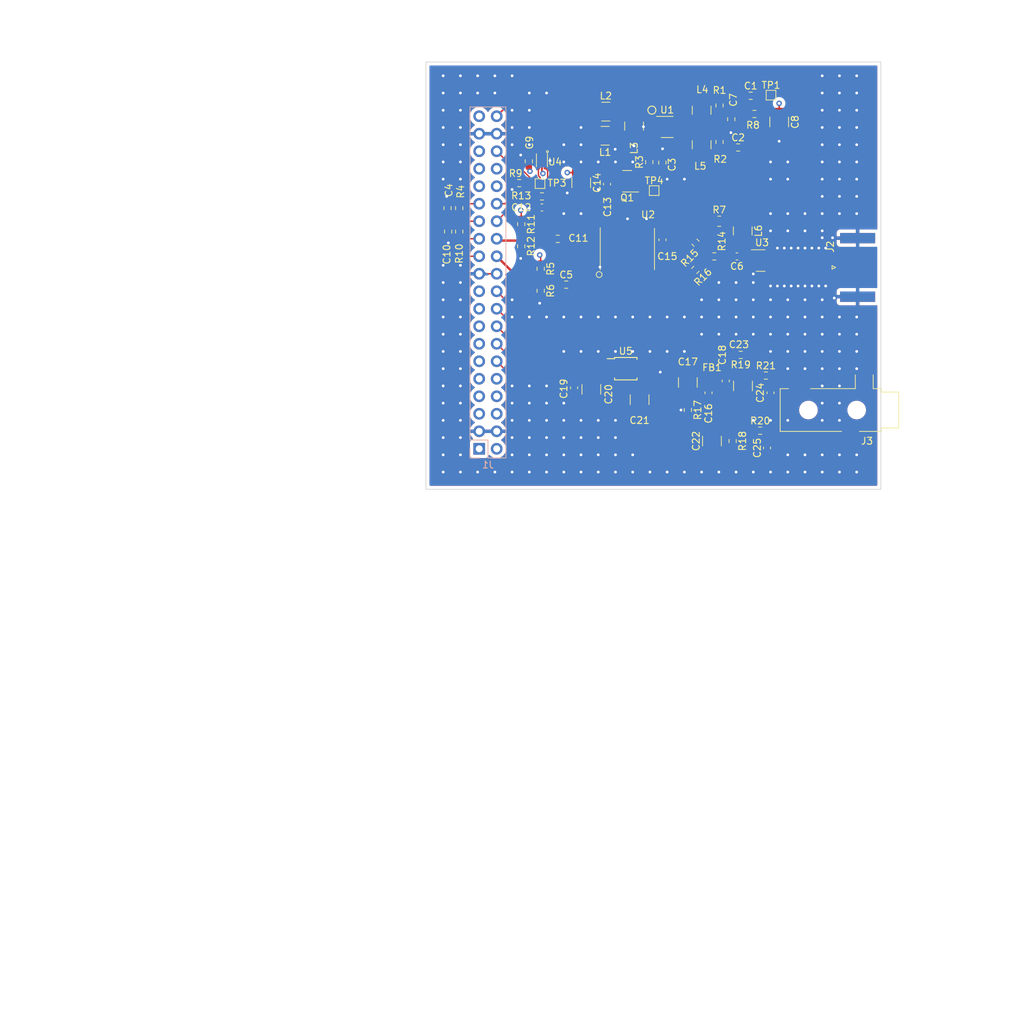
<source format=kicad_pcb>
(kicad_pcb (version 20211014) (generator pcbnew)
  (layers (0 "F.Cu" signal) (1 "In1.Cu" signal) (2 "In2.Cu" signal) (31 "B.Cu" signal) (34 "B.Paste" user) (35 "F.Paste" user) (36 "B.SilkS" user "B.Silkscreen") (37 "F.SilkS" user "F.Silkscreen") (38 "B.Mask" user) (39 "F.Mask" user) (44 "Edge.Cuts" user))
  (net 0 "")
  (net 1 "/LO_PLL_PRE")
  (net 2 "LO")
  (net 3 "/LO_PRE")
  (net 4 "LO_PLL")
  (net 5 "Net-(C3-Pad1)")
  (net 6 "GND")
  (net 7 "Net-(C7-Pad1)")
  (net 15 "+3.3VA")
  (net 17 "Net-(C17-Pad2)")
  (net 19 "Net-(C19-Pad1)")
  (net 21 "Net-(C21-Pad1)")
  (net 22 "+3V3")
  (net 23 "GN21")
  (net 24 "GP21")
  (net 25 "GN22")
  (net 26 "GP22")
  (net 27 "GN23")
  (net 28 "GP23")
  (net 29 "GN24")
  (net 30 "GP24")
  (net 31 "GN25")
  (net 32 "GP25")
  (net 33 "GN26")
  (net 34 "GP26")
  (net 35 "GN27")
  (net 36 "GP27")
  (net 38 "+5V")
  (net 39 "Net-(L1-Pad1)")
  (net 40 "Net-(L2-Pad2)")
  (net 41 "Net-(C12-Pad1)")
  (net 42 "VTUNE")
  (net 43 "IF")
  (net 44 "RF")
  (net 46 "Net-(L6-Pad1)")
  (net 47 "RF2")
  (net 48 "/RF_POST_AMP")
  (net 49 "/RF_NO_DC")
  (net 50 "/RF_POST_SPLIT")
  (net 51 "/RF_IN")
  (net 52 "/RF_SPLIT")
  (net 53 "Net-(C22-Pad1)")
  (net 54 "Net-(C22-Pad2)")
  (net 55 "Net-(C23-Pad1)")
  (net 56 "Net-(C23-Pad2)")
  (net 57 "Net-(C24-Pad2)")
  (net 58 "Net-(C25-Pad2)")
  (net 59 "/MCLK")
  (net 60 "/LRCLK")
  (net 61 "/SCLK")
  (net 62 "/SDIN")
  (footprint "Capacitor_SMD:C_0603_1608Metric" (layer "F.Cu") (at 116.28 65.725 90)
    (fp_text reference "C13")
    (fp_text value "1nF")
  )
  (footprint "Resistor_SMD:R_0603_1608Metric" (layer "F.Cu") (at 94.825 72.605 -90)
    (fp_text reference "R10")
    (fp_text value "10k")
  )
  (footprint "mixer:SOT-143-Weird" (layer "F.Cu") (at 138.5625 76.805)
    (fp_text reference "U3")
    (fp_text value "VAM-6+" hide)
  )
  (footprint "Resistor_SMD:R_0603_1608Metric" (layer "F.Cu") (at 129.09 78.16 -135)
    (fp_text reference "R16")
    (fp_text value "16.7R")
  )
  (footprint "Capacitor_SMD:C_1210_3225Metric" (layer "F.Cu") (at 121 97 -90)
    (fp_text reference "C21")
    (fp_text value "10uF")
  )
  (footprint "Resistor_SMD:R_0603_1608Metric" (layer "F.Cu") (at 131.8375 76.205 180)
    (fp_text reference "R14")
    (fp_text value "16.7R")
  )
  (footprint "Inductor_SMD:L_1210_3225Metric" (layer "F.Cu") (at 135.9625 72.505 -90)
    (fp_text reference "L6")
    (fp_text value "330nH" hide)
  )
  (footprint "Capacitor_SMD:C_0603_1608Metric" (layer "F.Cu") (at 111.5 95.275 -90)
    (fp_text reference "C19")
    (fp_text value "100nF")
  )
  (footprint "Resistor_SMD:R_0603_1608Metric" (layer "F.Cu") (at 94.825 69.205 -90)
    (fp_text reference "R4")
    (fp_text value "10k")
  )
  (footprint "Inductor_SMD:L_1210_3225Metric" (layer "F.Cu") (at 130 60 -90)
    (fp_text reference "L5")
    (fp_text value "330nH" hide)
  )
  (footprint "Capacitor_SMD:C_1210_3225Metric" (layer "F.Cu") (at 128 94.5 -90)
    (fp_text reference "C17")
    (fp_text value "10uF")
  )
  (footprint "Capacitor_SMD:C_1210_3225Metric" (layer "F.Cu") (at 131.5 103 90)
    (fp_text reference "C22")
    (fp_text value "3.3uF")
  )
  (footprint "Resistor_SMD:R_0603_1608Metric" (layer "F.Cu") (at 106.65 81.205 -90)
    (fp_text reference "R6")
    (fp_text value "10k")
  )
  (footprint "Resistor_SMD:R_0603_1608Metric" (layer "F.Cu") (at 137.125 52.9)
    (fp_text reference "C1")
    (fp_text value "4.7pF")
  )
  (footprint "Resistor_SMD:R_0603_1608Metric" (layer "F.Cu") (at 103.53 65.58 180)
    (fp_text reference "R9")
    (fp_text value "10k" hide)
  )
  (footprint "Resistor_SMD:R_0603_1608Metric" (layer "F.Cu") (at 110.35 80.305)
    (fp_text reference "C5")
    (fp_text value "1nF")
  )
  (footprint "Resistor_SMD:R_0603_1608Metric" (layer "F.Cu") (at 106.65 78.005 -90)
    (fp_text reference "R5")
    (fp_text value "10k")
  )
  (footprint "Inductor_SMD:L_1210_3225Metric" (layer "F.Cu") (at 120.2 57.3 -90)
    (fp_text reference "L3")
    (fp_text value "270nH" hide)
  )
  (footprint "Capacitor_SMD:C_0603_1608Metric" (layer "F.Cu") (at 140 96 90)
    (fp_text reference "C24")
    (fp_text value "2.7nF")
  )
  (footprint "Capacitor_SMD:C_0603_1608Metric" (layer "F.Cu") (at 124.325 73.805 -90)
    (fp_text reference "C15")
    (fp_text value "27pF")
  )
  (footprint "Capacitor_SMD:C_1210_3225Metric" (layer "F.Cu") (at 114 95.5 -90)
    (fp_text reference "C20")
    (fp_text value "10uF")
  )
  (footprint "Inductor_SMD:L_1210_3225Metric" (layer "F.Cu") (at 130 55 -90)
    (fp_text reference "L4")
    (fp_text value "330nH" hide)
  )
  (footprint "Package_TO_SOT_SMD:TSOT-23-6_HandSoldering" (layer "F.Cu") (at 125 57.4)
    (fp_text reference "U1")
    (fp_text value "MAX2606" hide)
  )
  (footprint "Capacitor_SMD:C_0603_1608Metric" (layer "F.Cu") (at 139.5 104 90)
    (fp_text reference "C25")
    (fp_text value "2.7nF")
  )
  (footprint "Resistor_SMD:R_0603_1608Metric" (layer "F.Cu") (at 135.3 60.4)
    (fp_text reference "C2")
    (fp_text value "4.7pF")
  )
  (footprint "Connector_Audio:Jack_3.5mm_CUI_SJ-3523-SMT_Horizontal" (layer "F.Cu") (at 150 98.5 -90)
    (fp_text reference "J3")
    (fp_text value "AudioJack3_Ground")
  )
  (footprint "TestPoint:TestPoint_Pad_1.0x1.0mm" (layer "F.Cu") (at 106.55 65.64)
    (fp_text reference "TP3")
    (fp_text value "TestPoint")
  )
  (footprint "Resistor_SMD:R_0603_1608Metric" (layer "F.Cu") (at 138.5 101.5)
    (fp_text reference "R20")
    (fp_text value "470R")
  )
  (footprint "Resistor_SMD:R_0603_1608Metric" (layer "F.Cu") (at 132.6 54.3 -90)
    (fp_text reference "R1")
    (fp_text value "DNP")
  )
  (footprint "Inductor_SMD:L_1210_3225Metric" (layer "F.Cu") (at 116 58.7)
    (fp_text reference "L1")
    (fp_text value "DNP" hide)
  )
  (footprint "Resistor_SMD:R_0805_2012Metric" (layer "F.Cu") (at 132.5625 71.105)
    (fp_text reference "R7")
    (fp_text value "100R" hide)
  )
  (footprint "Capacitor_SMD:C_1210_3225Metric" (layer "F.Cu") (at 136 95 90)
    (fp_text reference "C23")
    (fp_text value "3.3uF")
  )
  (footprint "Resistor_SMD:R_0603_1608Metric" (layer "F.Cu") (at 106.835 67.505)
    (fp_text reference "R13")
    (fp_text value "10k" hide)
  )
  (footprint "Resistor_SMD:R_0603_1608Metric" (layer "F.Cu") (at 93.225 72.605 -90)
    (fp_text reference "C10")
    (fp_text value "220pF")
  )
  (footprint "Capacitor_SMD:C_0603_1608Metric" (layer "F.Cu") (at 135.125 76.205 180)
    (fp_text reference "C6")
    (fp_text value "1nF")
  )
  (footprint "Resistor_SMD:R_0603_1608Metric" (layer "F.Cu") (at 139.325 93.5)
    (fp_text reference "R21")
    (fp_text value "470R")
  )
  (footprint "Resistor_SMD:R_0603_1608Metric" (layer "F.Cu") (at 109.125 73.66)
    (fp_text reference "C11")
    (fp_text value "1nF" hide)
  )
  (footprint "Resistor_SMD:R_0603_1608Metric" (layer "F.Cu") (at 103.825 71.53 -90)
    (fp_text reference "R11")
    (fp_text value "10k" hide)
  )
  (footprint "Resistor_SMD:R_0603_1608Metric" (layer "F.Cu") (at 93.125 69.205 90)
    (fp_text reference "C4")
    (fp_text value "220pF")
  )
  (footprint "Resistor_SMD:R_0603_1608Metric" (layer "F.Cu") (at 135.675 90.5 180)
    (fp_text reference "R19")
    (fp_text value "10k")
  )
  (footprint "Capacitor_SMD:C_1210_3225Metric" (layer "F.Cu") (at 112.53 65.52 -90)
    (fp_text reference "C14")
    (fp_text value "10uF")
  )
  (footprint "Package_TO_SOT_SMD:SOT-23" (layer "F.Cu") (at 119.2 65.3 180)
    (fp_text reference "Q1")
    (fp_text value "BC846" hide)
  )
  (footprint "Inductor_SMD:L_0402_1005Metric" (layer "F.Cu") (at 131.5 93.5)
    (fp_text reference "FB1")
    (fp_text value "FerriteBead")
  )
  (footprint "Resistor_SMD:R_0603_1608Metric" (layer "F.Cu") (at 134.3 56.3 -90)
    (fp_text reference "C7")
    (fp_text value "1nF")
  )
  (footprint "TestPoint:TestPoint_Pad_1.0x1.0mm" (layer "F.Cu") (at 123.11 66.66)
    (fp_text reference "TP4")
    (fp_text value "TestPoint")
  )
  (footprint "Resistor_SMD:R_0603_1608Metric" (layer "F.Cu") (at 124.3 62.6 90)
    (fp_text reference "C3")
    (fp_text value "1nF")
  )
  (footprint "Package_SO:TSSOP-10_3x3mm_P0.5mm" (layer "F.Cu") (at 119 92.5)
    (fp_text reference "U5")
    (fp_text value "CS4344")
  )
  (footprint "mixer:ADEX-10L+" (layer "F.Cu") (at 119.225 75.145)
    (fp_text reference "U2")
    (fp_text value "ADEX-10L+" hide)
  )
  (footprint "Capacitor_SMD:C_0603_1608Metric" (layer "F.Cu") (at 133.5 94.275 -90)
    (fp_text reference "C18")
    (fp_text value "100nF")
  )
  (footprint "Capacitor_SMD:C_0603_1608Metric" (layer "F.Cu") (at 106.825 69.105 180)
    (fp_text reference "C12")
    (fp_text value "100nF" hide)
  )
  (footprint "Resistor_SMD:R_0603_1608Metric" (layer "F.Cu") (at 132.6 59.6 -90)
    (fp_text reference "R2")
    (fp_text value "DNP")
  )
  (footprint "Resistor_SMD:R_0603_1608Metric" (layer "F.Cu") (at 128 98.5 -90)
    (fp_text reference "R17")
    (fp_text value "1R")
  )
  (footprint "mixer:TDFN2013-6LD-PL-1" (layer "F.Cu") (at 106.825 62.305)
    (fp_text reference "U4")
    (fp_text value "PL133-27" hide)
  )
  (footprint "Connector_Coaxial:SMA_Amphenol_132289_EdgeMount" (layer "F.Cu") (at 152.6375 77.805)
    (fp_text reference "J2")
    (fp_text value "Conn_Coaxial")
  )
  (footprint "Resistor_SMD:R_0603_1608Metric" (layer "F.Cu") (at 134.5 103 -90)
    (fp_text reference "R18")
    (fp_text value "10k")
  )
  (footprint "Resistor_SMD:R_0603_1608Metric" (layer "F.Cu") (at 122.4 62.525 90)
    (fp_text reference "R3")
    (fp_text value "270R")
  )
  (footprint "Resistor_SMD:R_0603_1608Metric" (layer "F.Cu") (at 129.11 74.22 135)
    (fp_text reference "R15")
    (fp_text value "16.7R")
  )
  (footprint "Inductor_SMD:L_1210_3225Metric" (layer "F.Cu") (at 116.1 55.2)
    (fp_text reference "L2")
    (fp_text value "DNP" hide)
  )
  (footprint "Resistor_SMD:R_0603_1608Metric" (layer "F.Cu") (at 137.665 55.54)
    (fp_text reference "R8")
    (fp_text value "10R")
  )
  (footprint "TestPoint:TestPoint_Pad_1.0x1.0mm" (layer "F.Cu") (at 140.07 52.81)
    (fp_text reference "TP1")
    (fp_text value "TestPoint")
  )
  (footprint "Resistor_SMD:R_0603_1608Metric" (layer "F.Cu") (at 104.925 62.405 90)
    (fp_text reference "C9")
    (fp_text value "100nF" hide)
  )
  (footprint "Resistor_SMD:R_0603_1608Metric" (layer "F.Cu") (at 103.825 74.73 -90)
    (fp_text reference "R12")
    (fp_text value "10k" hide)
  )
  (footprint "Capacitor_SMD:C_1210_3225Metric" (layer "F.Cu") (at 141.26 56.7 -90)
    (fp_text reference "C8")
    (fp_text value "10uF")
  )
  (footprint "Capacitor_SMD:C_0603_1608Metric" (layer "F.Cu") (at 131 96 -90)
    (fp_text reference "C16")
    (fp_text value "100nF")
  )
  (footprint "Connector_PinHeader_2.54mm:PinHeader_2x20_P2.54mm_Vertical" (layer "B.Cu") (at 97.725 104.125)
    (fp_text reference "J1")
    (fp_text value "Conn_02x20_Odd_Even" hide)
  )
  (gr_arc (start 123.09 55.47) (mid 122.466216 54.492414) (end 123.097548 55.465142) (layer "F.SilkS") (width 0.15))
  (gr_line (start 156 48) (end 156 110) (layer "Edge.Cuts") (width 0.1))
  (gr_line (start 90 110) (end 90 48) (layer "Edge.Cuts") (width 0.1))
  (gr_line (start 156 110) (end 90 110) (layer "Edge.Cuts") (width 0.1))
  (gr_line (start 90 48) (end 156 48) (layer "Edge.Cuts") (width 0.1))
  (segment (start 135.725 53.475) (end 136.3 52.9) (width 0.35) (layer "F.Cu") (net 1))
  (segment (start 129.56 53.6) (end 130 53.6) (width 0.35) (layer "F.Cu") (net 1))
  (segment (start 126.71 56.45) (end 129.56 53.6) (width 0.35) (layer "F.Cu") (net 1))
  (segment (start 132.6 53.475) (end 135.725 53.475) (width 0.35) (layer "F.Cu") (net 1))
  (segment (start 130 53.6) (end 132.475 53.6) (width 0.35) (layer "F.Cu") (net 1))
  (segment (start 132.475 53.6) (end 132.6 53.475) (width 0.35) (layer "F.Cu") (net 1))
  (segment (start 116.685 71.375) (end 118.83 69.23) (width 0.35) (layer "F.Cu") (net 2))
  (segment (start 136.125 62.365) (end 136.125 60.4) (width 0.35) (layer "F.Cu") (net 2))
  (segment (start 116.685 72.605) (end 116.685 71.375) (width 0.35) (layer "F.Cu") (net 2))
  (segment (start 118.83 69.23) (end 129.26 69.23) (width 0.35) (layer "F.Cu") (net 2))
  (segment (start 129.26 69.23) (end 136.125 62.365) (width 0.35) (layer "F.Cu") (net 2))
  (segment (start 131.625 61.4) (end 132.6 60.425) (width 0.35) (layer "F.Cu") (net 3))
  (segment (start 134.475 60.4) (end 132.625 60.4) (width 0.35) (layer "F.Cu") (net 3))
  (segment (start 129.76 61.4) (end 130 61.4) (width 0.35) (layer "F.Cu") (net 3))
  (segment (start 130 61.4) (end 131.625 61.4) (width 0.35) (layer "F.Cu") (net 3))
  (segment (start 132.625 60.4) (end 132.6 60.425) (width 0.35) (layer "F.Cu") (net 3))
  (segment (start 126.71 58.35) (end 129.76 61.4) (width 0.35) (layer "F.Cu") (net 3))
  (segment (start 107.33452 56.51548) (end 107.33452 61.305) (width 0.35) (layer "F.Cu") (net 4))
  (segment (start 140.07 52.81) (end 138.04 52.81) (width 0.35) (layer "F.Cu") (net 4))
  (segment (start 138.04 52.81) (end 137.95 52.9) (width 0.35) (layer "F.Cu") (net 4))
  (segment (start 107.62452 56.22548) (end 107.33452 56.51548) (width 0.35) (layer "F.Cu") (net 4))
  (segment (start 112.74 51.12) (end 107.63452 56.22548) (width 0.35) (layer "F.Cu") (net 4))
  (segment (start 137.95 52.13) (end 136.94 51.12) (width 0.35) (layer "F.Cu") (net 4))
  (segment (start 137.95 52.9) (end 137.95 52.13) (width 0.35) (layer "F.Cu") (net 4))
  (segment (start 136.94 51.12) (end 112.74 51.12) (width 0.35) (layer "F.Cu") (net 4))
  (segment (start 107.63452 56.22548) (end 107.62452 56.22548) (width 0.35) (layer "F.Cu") (net 4))
  (segment (start 123.29 58.35) (end 123.29 60.81) (width 0.25) (layer "F.Cu") (net 5))
  (segment (start 122.575 61.7) (end 122.4 61.7) (width 0.25) (layer "F.Cu") (net 5))
  (segment (start 123.29 60.81) (end 122.4 61.7) (width 0.25) (layer "F.Cu") (net 5))
  (segment (start 124.3 63.425) (end 122.575 61.7) (width 0.25) (layer "F.Cu") (net 5))
  (segment (start 104.925 61.58) (end 103.83 61.58) (width 0.25) (layer "F.Cu") (net 6))
  (segment (start 121.15 92.5) (end 123.5 92.5) (width 0.2) (layer "F.Cu") (net 6))
  (segment (start 119.225 72.605) (end 119.225 70.775) (width 0.2) (layer "F.Cu") (net 6))
  (segment (start 117.4 60.6) (end 117.46 60.66) (width 0.25) (layer "F.Cu") (net 6))
  (segment (start 123.5 92.5) (end 124 93) (width 0.2) (layer "F.Cu") (net 6))
  (segment (start 134.3 58.2) (end 134.25 58.25) (width 0.2) (layer "F.Cu") (net 6))
  (segment (start 117.4 58.7) (end 117.4 60.6) (width 0.25) (layer "F.Cu") (net 6))
  (segment (start 106.425 61.905) (end 106.425 61.305) (width 0.2) (layer "F.Cu") (net 6))
  (segment (start 149.445 82.055) (end 149.25 82.25) (width 0.2) (layer "F.Cu") (net 6))
  (segment (start 106.65 82.03) (end 106.65 82.85) (width 0.2) (layer "F.Cu") (net 6))
  (segment (start 112.53 66.995) (end 110.505 66.995) (width 0.2) (layer "F.Cu") (net 6))
  (segment (start 110.505 66.995) (end 110.5 67) (width 0.2) (layer "F.Cu") (net 6))
  (segment (start 121.765 70.985) (end 122 70.75) (width 0.2) (layer "F.Cu") (net 6))
  (segment (start 149 73.5) (end 149.055 73.555) (width 0.2) (layer "F.Cu") (net 6))
  (segment (start 106.65 82.85) (end 106.5 83) (width 0.2) (layer "F.Cu") (net 6))
  (segment (start 123.29 57.4) (end 121.57 57.4) (width 0.2) (layer "F.Cu") (net 6))
  (segment (start 120.2 58.7) (end 120.2 60.16) (width 0.25) (layer "F.Cu") (net 6))
  (segment (start 141.26 59.49) (end 141.25 59.5) (width 0.2) (layer "F.Cu") (net 6))
  (segment (start 116.685 77.685) (end 115.315 77.685) (width 0.2) (layer "F.Cu") (net 6))
  (segment (start 134.3 57.125) (end 134.3 58.2) (width 0.2) (layer "F.Cu") (net 6))
  (segment (start 115.315 77.685) (end 115.25 77.75) (width 0.2) (layer "F.Cu") (net 6))
  (segment (start 103.83 61.58) (end 103.75 61.5) (width 0.25) (layer "F.Cu") (net 6))
  (segment (start 121.57 57.4) (end 121.56 57.39) (width 0.2) (layer "F.Cu") (net 6))
  (segment (start 124.3 61.775) (end 124.3 60.62) (width 0.2) (layer "F.Cu") (net 6))
  (segment (start 105.145 69.105) (end 105 69.25) (width 0.2) (layer "F.Cu") (net 6))
  (segment (start 137.5625 77.755) (end 137.5625 78.6875) (width 0.2) (layer "F.Cu") (net 6))
  (segment (start 140.645 75.855) (end 141 75.5) (width 0.2) (layer "F.Cu") (net 6))
  (segment (start 141 75.5) (end 141 75) (width 0.2) (layer "F.Cu") (net 6))
  (segment (start 116.28 66.5) (end 115 66.5) (width 0.2) (layer "F.Cu") (net 6))
  (segment (start 93.125 68.38) (end 93.125 67.625) (width 0.2) (layer "F.Cu") (net 6))
  (segment (start 106.825 62.305) (end 106.425 61.905) (width 0.2) (layer "F.Cu") (net 6))
  (segment (start 137.5625 78.6875) (end 137.5 78.75) (width 0.2) (layer "F.Cu") (net 6))
  (segment (start 152.6375 82.055) (end 149.445 82.055) (width 0.2) (layer "F.Cu") (net 6))
  (segment (start 120.2 60.16) (end 120.19 60.17) (width 0.25) (layer "F.Cu") (net 6))
  (segment (start 102.705 65.58) (end 102.705 66.295) (width 0.2) (layer "F.Cu") (net 6))
  (segment (start 106.05 69.105) (end 105.145 69.105) (width 0.2) (layer "F.Cu") (net 6))
  (segment (start 117.4 58.7) (end 120.2 58.7) (width 0.25) (layer "F.Cu") (net 6))
  (segment (start 93.225 73.43) (end 93.225 74.225) (width 0.2) (layer "F.Cu") (net 6))
  (segment (start 124.3 60.62) (end 124.33 60.59) (width 0.2) (layer "F.Cu") (net 6))
  (segment (start 103.825 76.425) (end 103.75 76.5) (width 0.2) (layer "F.Cu") (net 6))
  (segment (start 103.825 75.555) (end 103.825 76.425) (width 0.2) (layer "F.Cu") (net 6))
  (segment (start 128 99.325) (end 127.825 99.325) (width 0.2) (layer "F.Cu") (net 6))
  (segment (start 100.265 78.725) (end 97.725 78.725) (width 0.2) (layer "F.Cu") (net 6))
  (segment (start 93.125 67.625) (end 93 67.5) (width 0.2) (layer "F.Cu") (net 6))
  (segment (start 119.225 70.775) (end 119.25 70.75) (width 0.2) (layer "F.Cu") (net 6))
  (segment (start 121.765 72.605) (end 121.765 70.985) (width 0.2) (layer "F.Cu") (net 6))
  (segment (start 141.26 58.175) (end 141.26 59.49) (width 0.2) (layer "F.Cu") (net 6))
  (segment (start 106.825 62.305) (end 108 62.305) (width 0.25) (layer "F.Cu") (net 6))
  (segment (start 102.705 66.295) (end 102.5 66.5) (width 0.2) (layer "F.Cu") (net 6))
  (segment (start 127.825 99.325) (end 127 98.5) (width 0.2) (layer "F.Cu") (net 6))
  (segment (start 149.055 73.555) (end 152.6375 73.555) (width 0.2) (layer "F.Cu") (net 6))
  (segment (start 139.5625 75.855) (end 140.645 75.855) (width 0.2) (layer "F.Cu") (net 6))
  (segment (start 93.225 74.225) (end 93.25 74.25) (width 0.2) (layer "F.Cu") (net 6))
  (via (at 140 72.5) (size 0.8) (drill 0.4) (layers "F.Cu" "B.Cu") (net 6))
  (via (at 150 55) (size 0.8) (drill 0.4) (layers "F.Cu" "B.Cu") (net 6))
  (via (at 147.5 72.5) (size 0.8) (drill 0.4) (layers "F.Cu" "B.Cu") (net 6))
  (via (at 142.5 72.5) (size 0.8) (drill 0.4) (layers "F.Cu" "B.Cu") (net 6))
  (via (at 92.5 85) (size 0.8) (drill 0.4) (layers "F.Cu" "B.Cu") (net 6))
  (via (at 142.5 92.5) (size 0.8) (drill 0.4) (layers "F.Cu" "B.Cu") (net 6))
  (via (at 152.5 50) (size 0.8) (drill 0.4) (layers "F.Cu" "B.Cu") (net 6))
  (via (at 147.5 90) (size 0.8) (drill 0.4) (layers "F.Cu" "B.Cu") (net 6))
  (via (at 140 90) (size 0.8) (drill 0.4) (layers "F.Cu" "B.Cu") (net 6))
  (via (at 148 75) (size 0.8) (drill 0.4) (layers "F.Cu" "B.Cu") (net 6))
  (via (at 142 75) (size 0.8) (drill 0.4) (layers "F.Cu" "B.Cu") (net 6))
  (via (at 95 87.5) (size 0.8) (drill 0.4) (layers "F.Cu" "B.Cu") (net 6))
  (via (at 93 67.5) (size 0.8) (drill 0.4) (layers "F.Cu" "B.Cu") (net 6))
  (via (at 110 62.5) (size 0.8) (drill 0.4) (layers "F.Cu" "B.Cu") (net 6))
  (via (at 137.5 80) (size 0.8) (drill 0.4) (layers "F.Cu" "B.Cu") (net 6))
  (via (at 142.5 90) (size 0.8) (drill 0.4) (layers "F.Cu" "B.Cu") (net 6))
  (via (at 92.5 97.5) (size 0.8) (drill 0.4) (layers "F.Cu" "B.Cu") (net 6))
  (via (at 102.5 85) (size 0.8) (drill 0.4) (layers "F.Cu" "B.Cu") (net 6))
  (via (at 147.5 85) (size 0.8) (drill 0.4) (layers "F.Cu" "B.Cu") (net 6))
  (via (at 105 105) (size 0.8) (drill 0.4) (layers "F.Cu" "B.Cu") (net 6))
  (via (at 150 95) (size 0.8) (drill 0.4) (layers "F.Cu" "B.Cu") (net 6))
  (via (at 135 87.5) (size 0.8) (drill 0.4) (layers "F.Cu" "B.Cu") (net 6))
  (via (at 145 92.5) (size 0.8) (drill 0.4) (layers "F.Cu" "B.Cu") (net 6))
  (via (at 140 87.5) (size 0.8) (drill 0.4) (layers "F.Cu" "B.Cu") (net 6))
  (via (at 120 107.5) (size 0.8) (drill 0.4) (layers "F.Cu" "B.Cu") (net 6))
  (via (at 110 107.5) (size 0.8) (drill 0.4) (layers "F.Cu" "B.Cu") (net 6))
  (via (at 147.5 105) (size 0.8) (drill 0.4) (layers "F.Cu" "B.Cu") (net 6))
  (via (at 97.5 107.5) (size 0.8) (drill 0.4) (layers "F.Cu" "B.Cu") (net 6))
  (via (at 147.5 60) (size 0.8) (drill 0.4) (layers "F.Cu" "B.Cu") (net 6))
  (via (at 124 93) (size 0.8) (drill 0.4) (layers "F.Cu" "B.Cu") (net 6))
  (via (at 95 92.5) (size 0.8) (drill 0.4) (layers "F.Cu" "B.Cu") (net 6))
  (via (at 95 100) (size 0.8) (drill 0.4) (layers "F.Cu" "B.Cu") (net 6))
  (via (at 110 100) (size 0.8) (drill 0.4) (layers "F.Cu" "B.Cu") (net 6))
  (via (at 150 87.5) (size 0.8) (drill 0.4) (layers "F.Cu" "B.Cu") (net 6))
  (via (at 105 69.25) (size 0.8) (drill 0.4) (layers "F.Cu" "B.Cu") (net 6))
  (via (at 95 102.5) (size 0.8) (drill 0.4) (layers "F.Cu" "B.Cu") (net 6))
  (via (at 152.5 107.5) (size 0.8) (drill 0.4) (layers "F.Cu" "B.Cu") (net 6))
  (via (at 145 72.5) (size 0.8) (drill 0.4) (layers "F.Cu" "B.Cu") (net 6))
  (via (at 92.5 107.5) (size 0.8) (drill 0.4) (layers "F.Cu" "B.Cu") (net 6))
  (via (at 147.5 62.5) (size 0.8) (drill 0.4) (layers "F.Cu" "B.Cu") (net 6))
  (via (at 105 55) (size 0.8) (drill 0.4) (layers "F.Cu" "B.Cu") (net 6))
  (via (at 95 85) (size 0.8) (drill 0.4) (layers "F.Cu" "B.Cu") (net 6))
  (via (at 147.5 73.5) (size 0.8) (drill 0.4) (layers "F.Cu" "B.Cu") (net 6))
  (via (at 150 70) (size 0.8) (drill 0.4) (layers "F.Cu" "B.Cu") (net 6))
  (via (at 95 80) (size 0.8) (drill 0.4) (layers "F.Cu" "B.Cu") (net 6))
  (via (at 149.25 82.25) (size 0.8) (drill 0.4) (layers "F.Cu" "B.Cu") (net 6))
  (via (at 149 73.5) (size 0.8) (drill 0.4) (layers "F.Cu" "B.Cu") (net 6))
  (via (at 106.5 83) (size 0.8) (drill 0.4) (layers "F.Cu" "B.Cu") (net 6))
  (via (at 92.5 100) (size 0.8) (drill 0.4) (layers "F.Cu" "B.Cu") (net 6))
  (via (at 102.5 57.5) (size 0.8) (drill 0.4) (layers "F.Cu" "B.Cu") (net 6))
  (via (at 142.5 105) (size 0.8) (drill 0.4) (layers "F.Cu" "B.Cu") (net 6))
  (via (at 115 62.5) (size 0.8) (drill 0.4) (layers "F.Cu" "B.Cu") (net 6))
  (via (at 102.5 55) (size 0.8) (drill 0.4) (layers "F.Cu" "B.Cu") (net 6))
  (via (at 142.5 70) (size 0.8) (drill 0.4) (layers "F.Cu" "B.Cu") (net 6))
  (via (at 130 87.5) (size 0.8) (drill 0.4) (layers "F.Cu" "B.Cu") (net 6))
  (via (at 117.5 90) (size 0.8) (drill 0.4) (layers "F.Cu" "B.Cu") (net 6))
  (via (at 105 97.5) (size 0.8) (drill 0.4) (layers "F.Cu" "B.Cu") (net 6))
  (via (at 152.5 90) (size 0.8) (drill 0.4) (layers "F.Cu" "B.Cu") (net 6))
  (via (at 105 60) (size 0.8) (drill 0.4) (layers "F.Cu" "B.Cu") (net 6))
  (via (at 150 65) (size 0.8) (drill 0.4) (layers "F.Cu" "B.Cu") (net 6))
  (via (at 102.5 50) (size 0.8) (drill 0.4) (layers "F.Cu" "B.Cu") (net 6))
  (via (at 110 105) (size 0.8) (drill 0.4) (layers "F.Cu" "B.Cu") (net 6))
  (via (at 152.5 52.5) (size 0.8) (drill 0.4) (layers "F.Cu" "B.Cu") (net 6))
  (via (at 152.5 62.5) (size 0.8) (drill 0.4) (layers "F.Cu" "B.Cu") (net 6))
  (via (at 95 62.5) (size 0.8) (drill 0.4) (layers "F.Cu" "B.Cu") (net 6))
  (via (at 125 107.5) (size 0.8) (drill 0.4) (layers "F.Cu" "B.Cu") (net 6))
  (via (at 102.5 102.5) (size 0.8) (drill 0.4) (layers "F.Cu" "B.Cu") (net 6))
  (via (at 141 80.5) (size 0.8) (drill 0.4) (layers "F.Cu" "B.Cu") (net 6))
  (via (at 92.5 57.5) (size 0.8) (drill 0.4) (layers "F.Cu" "B.Cu") (net 6))
  (via (at 95 57.5) (size 0.8) (drill 0.4) (layers "F.Cu" "B.Cu") (net 6))
  (via (at 142.5 65) (size 0.8) (drill 0.4) (layers "F.Cu" "B.Cu") (net 6))
  (via (at 121.56 57.39) (size 0.8) (drill 0.4) (layers "F.Cu" "B.Cu") (net 6))
  (via (at 102.5 95) (size 0.8) (drill 0.4) (layers "F.Cu" "B.Cu") (net 6))
  (via (at 125 85) (size 0.8) (drill 0.4) (layers "F.Cu" "B.Cu") (net 6))
  (via (at 107.5 52.5) (size 0.8) (drill 0.4) (layers "F.Cu" "B.Cu") (net 6))
  (via (at 147.5 57.5) (size 0.8) (drill 0.4) (layers "F.Cu" "B.Cu") (net 6))
  (via (at 92.5 55) (size 0.8) (drill 0.4) (layers "F.Cu" "B.Cu") (net 6))
  (via (at 102.5 97.5) (size 0.8) (drill 0.4) (layers "F.Cu" "B.Cu") (net 6))
  (via (at 137.5 82.5) (size 0.8) (drill 0.4) (layers "F.Cu" "B.Cu") (net 6))
  (via (at 127.5 85) (size 0.8) (drill 0.4) (layers "F.Cu" "B.Cu") (net 6))
  (via (at 130 82.5) (size 0.8) (drill 0.4) (layers "F.Cu" "B.Cu") (net 6))
  (via (at 127.5 65) (size 0.8) (drill 0.4) (layers "F.Cu" "B.Cu") (net 6))
  (via (at 117.5 100) (size 0.8) (drill 0.4) (layers "F.Cu" "B.Cu") (net 6))
  (via (at 107.5 102.5) (size 0.8) (drill 0.4) (layers "F.Cu" "B.Cu") (net 6))
  (via (at 147.5 97.5) (size 0.8) (drill 0.4) (layers "F.Cu" "B.Cu") (net 6))
  (via (at 145 80.5) (size 0.8) (drill 0.4) (layers "F.Cu" "B.Cu") (net 6))
  (via (at 117.5 62.5) (size 0.8) (drill 0.4) (layers "F.Cu" "B.Cu") (net 6))
  (via (at 134.25 58.25) (size 0.8) (drill 0.4) (layers "F.Cu" "B.Cu") (net 6))
  (via (at 95 55) (size 0.8) (drill 0.4) (layers "F.Cu" "B.Cu") (net 6))
  (via (at 92.5 65) (size 0.8) (drill 0.4) (layers "F.Cu" "B.Cu") (net 6))
  (via (at 110.5 67) (size 0.8) (drill 0.4) (layers "F.Cu" "B.Cu") (net 6))
  (via (at 92.5 60) (size 0.8) (drill 0.4) (layers "F.Cu" "B.Cu") (net 6))
  (via (at 150 100) (size 0.8) (drill 0.4) (layers "F.Cu" "B.Cu") (net 6))
  (via (at 107.5 100) (size 0.8) (drill 0.4) (layers "F.Cu" "B.Cu") (net 6))
  (via (at 135 85) (size 0.8) (drill 0.4) (layers "F.Cu" "B.Cu") (net 6))
  (via (at 142.5 100) (size 0.8) (drill 0.4) (layers "F.Cu" "B.Cu") (net 6))
  (via (at 95 82.5) (size 0.8) (drill 0.4) (layers "F.Cu" "B.Cu") (net 6))
  (via (at 92.5 52.5) (size 0.8) (drill 0.4) (layers "F.Cu" "B.Cu") (net 6))
  (via (at 135 107.5) (size 0.8) (drill 0.4) (layers "F.Cu" "B.Cu") (net 6))
  (via (at 141.25 59.5) (size 0.8) (drill 0.4) (layers "F.Cu" "B.Cu") (net 6))
  (via (at 142.5 85) (size 0.8) (drill 0.4) (layers "F.Cu" "B.Cu") (net 6))
  (via (at 115 100) (size 0.8) (drill 0.4) (layers "F.Cu" "B.Cu") (net 6))
  (via (at 127 98.5) (size 0.8) (drill 0.4) (layers "F.Cu" "B.Cu") (net 6))
  (via (at 102.5 82.5) (size 0.8) (drill 0.4) (layers "F.Cu" "B.Cu") (net 6))
  (via (at 150 85) (size 0.8) (drill 0.4) (layers "F.Cu" "B.Cu") (net 6))
  (via (at 95 77.5) (size 0.8) (drill 0.4) (layers "F.Cu" "B.Cu") (net 6))
  (via (at 140 100) (size 0.8) (drill 0.4) (layers "F.Cu" "B.Cu") (net 6))
  (via (at 152.5 92.5) (size 0.8) (drill 0.4) (layers "F.Cu" "B.Cu") (net 6))
  (via (at 107.5 95) (size 0.8) (drill 0.4) (layers "F.Cu" "B.Cu") (net 6))
  (via (at 112.5 107.5) (size 0.8) (drill 0.4) (layers "F.Cu" "B.Cu") (net 6))
  (via (at 152.5 87.5) (size 0.8) (drill 0.4) (layers "F.Cu" "B.Cu") (net 6))
  (via (at 105 95) (size 0.8) (drill 0.4) (layers "F.Cu" "B.Cu") (net 6))
  (via (at 144 75) (size 0.8) (drill 0.4) (layers "F.Cu" "B.Cu") (net 6))
  (via (at 95 60) (size 0.8) (drill 0.4) (layers "F.Cu" "B.Cu") (net 6))
  (via (at 137.5 78.75) (size 0.8) (drill 0.4) (layers "F.Cu" "B.Cu") (net 6))
  (via (at 120 90) (size 0.8) (drill 0.4) (layers "F.Cu" "B.Cu") (net 6))
  (via (at 150 105) (size 0.8) (drill 0.4) (layers "F.Cu" "B.Cu") (net 6))
  (via (at 152.5 60) (size 0.8) (drill 0.4) (layers "F.Cu" "B.Cu") (net 6))
  (via (at 115 105) (size 0.8) (drill 0.4) (layers "F.Cu" "B.Cu") (net 6))
  (via (at 124.33 60.59) (size 0.8) (drill 0.4) (layers "F.Cu" "B.Cu") (net 6))
  (via (at 103.75 76.5) (size 0.8) (drill 0.4) (layers "F.Cu" "B.Cu") (net 6))
  (via (at 137.5 87.5) (size 0.8) (drill 0.4) (layers "F.Cu" "B.Cu") (net 6))
  (via (at 152.5 105) (size 0.8) (drill 0.4) (layers "F.Cu" "B.Cu") (net 6))
  (via (at 130 107.5) (size 0.8) (drill 0.4) (layers "F.Cu" "B.Cu") (net 6))
  (via (at 115 90) (size 0.8) (drill 0.4) (layers "F.Cu" "B.Cu") (net 6))
  (via (at 143 80.5) (size 0.8) (drill 0.4) (layers "F.Cu" "B.Cu") (net 6))
  (via (at 146 80.5) (size 0.8) (drill 0.4) (layers "F.Cu" "B.Cu") (net 6))
  (via (at 110 102.5) (size 0.8) (drill 0.4) (layers "F.Cu" "B.Cu") (net 6))
  (via (at 95 97.5) (size 0.8) (drill 0.4) (layers "F.Cu" "B.Cu") (net 6))
  (via (at 152.5 65) (size 0.8) (drill 0.4) (layers "F.Cu" "B.Cu") (net 6))
  (via (at 102.5 105) (size 0.8) (drill 0.4) (layers "F.Cu" "B.Cu") (net 6))
  (via (at 152.5 70) (size 0.8) (drill 0.4) (layers "F.Cu" "B.Cu") (net 6))
  (via (at 117.5 85) (size 0.8) (drill 0.4) (layers "F.Cu" "B.Cu") (net 6))
  (via (at 105 57.5) (size 0.8) (drill 0.4) (layers "F.Cu" "B.Cu") (net 6))
  (via (at 132.5 87.5) (size 0.8) (drill 0.4) (layers "F.Cu" "B.Cu") (net 6))
  (via (at 92.5 95) (size 0.8) (drill 0.4) (layers "F.Cu" "B.Cu") (net 6))
  (via (at 112.5 100) (size 0.8) (drill 0.4) (layers "F.Cu" "B.Cu") (net 6))
  (via (at 120.19 60.17) (size 0.8) (drill 0.4) (layers "F.Cu" "B.Cu") (net 6))
  (via (at 147.5 107.5) (size 0.8) (drill 0.4) (layers "F.Cu" "B.Cu") (net 6))
  (via (at 115 107.5) (size 0.8) (drill 0.4) (layers "F.Cu" "B.Cu") (net 6))
  (via (at 117.46 60.66) (size 0.8) (drill 0.4) (layers "F.Cu" "B.Cu") (net 6))
  (via (at 105 102.5) (size 0.8) (drill 0.4) (layers "F.Cu" "B.Cu") (net 6))
  (via (at 125 90) (size 0.8) (drill 0.4) (layers "F.Cu" "B.Cu") (net 6))
  (via (at 110 60) (size 0.8) (drill 0.4) (layers "F.Cu" "B.Cu") (net 6))
  (via (at 100 107.5) (size 0.8) (drill 0.4) (layers "F.Cu" "B.Cu") (net 6))
  (via (at 147.5 70) (size 0.8) (drill 0.4) (layers "F.Cu" "B.Cu") (net 6))
  (via (at 135 82.5) (size 0.8) (drill 0.4) (layers "F.Cu" "B.Cu") (net 6))
  (via (at 147 80.5) (size 0.8) (drill 0.4) (layers "F.Cu" "B.Cu") (net 6))
  (via (at 105 52.5) (size 0.8) (drill 0.4) (layers "F.Cu" "B.Cu") (net 6))
  (via (at 145 105) (size 0.8) (drill 0.4) (layers "F.Cu" "B.Cu") (net 6))
  (via (at 120 85) (size 0.8) (drill 0.4) (layers "F.Cu" "B.Cu") (net 6))
  (via (at 117.5 102.5) (size 0.8) (drill 0.4) (layers "F.Cu" "B.Cu") (net 6))
  (via (at 95 95) (size 0.8) (drill 0.4) (layers "F.Cu" "B.Cu") (net 6))
  (via (at 92.5 82.5) (size 0.8) (drill 0.4) (layers "F.Cu" "B.Cu") (net 6))
  (via (at 140 85) (size 0.8) (drill 0.4) (layers "F.Cu" "B.Cu") (net 6))
  (via (at 105 100) (size 0.8) (drill 0.4) (layers "F.Cu" "B.Cu") (net 6))
  (via (at 142.5 87.5) (size 0.8) (drill 0.4) (layers "F.Cu" "B.Cu") (net 6))
  (via (at 132.5 80) (size 0.8) (drill 0.4) (layers "F.Cu" "B.Cu") (net 6))
  (via (at 100 50) (size 0.8) (drill 0.4) (layers "F.Cu" "B.Cu") (net 6))
  (via (at 122.5 90) (size 0.8) (drill 0.4) (layers "F.Cu" "B.Cu") (net 6))
  (via (at 147.5 55) (size 0.8) (drill 0.4) (layers "F.Cu" "B.Cu") (net 6))
  (via (at 110 97.5) (size 0.8) (drill 0.4) (layers "F.Cu" "B.Cu") (net 6))
  (via (at 140 62.5) (size 0.8) (drill 0.4) (layers "F.Cu" "B.Cu") (net 6))
  (via (at 147 75) (size 0.8) (drill 0.4) (layers "F.Cu" "B.Cu") (net 6))
  (via (at 112.5 62.5) (size 0.8) (drill 0.4) (layers "F.Cu" "B.Cu") (net 6))
  (via (at 107.5 85) (size 0.8) (drill 0.4) (layers "F.Cu" "B.Cu") (net 6))
  (via (at 145 82.5) (size 0.8) (drill 0.4) (layers "F.Cu" "B.Cu") (net 6))
  (via (at 152.5 67.5) (size 0.8) (drill 0.4) (layers "F.Cu" "B.Cu") (net 6))
  (via (at 107.5 105) (size 0.8) (drill 0.4) (layers "F.Cu" "B.Cu") (net 6))
  (via (at 112.5 60) (size 0.8) (drill 0.4) (layers "F.Cu" "B.Cu") (net 6))
  (via (at 140 65) (size 0.8) (drill 0.4) (layers "F.Cu" "B.Cu") (net 6))
  (via (at 92.5 105) (size 0.8) (drill 0.4) (layers "F.Cu" "B.Cu") (net 6))
  (via (at 112.5 85) (size 0.8) (drill 0.4) (layers "F.Cu" "B.Cu") (net 6))
  (via (at 150 60) (size 0.8) (drill 0.4) (layers "F.Cu" "B.Cu") (net 6))
  (via (at 147.5 87.5) (size 0.8) (drill 0.4) (layers "F.Cu" "B.Cu") (net 6))
  (via (at 145 70) (size 0.8) (drill 0.4) (layers "F.Cu" "B.Cu") (net 6))
  (via (at 127.5 107.5) (size 0.8) (drill 0.4) (layers "F.Cu" "B.Cu") (net 6))
  (via (at 147.5 100) (size 0.8) (drill 0.4) (layers "F.Cu" "B.Cu") (net 6))
  (via (at 117.5 105) (size 0.8) (drill 0.4) (layers "F.Cu" "B.Cu") (net 6))
  (via (at 145 87.5) (size 0.8) (drill 0.4) (layers "F.Cu" "B.Cu") (net 6))
  (via (at 95 65) (size 0.8) (drill 0.4) (layers "F.Cu" "B.Cu") (net 6))
  (via (at 92.5 92.5) (size 0.8) (drill 0.4) (layers "F.Cu" "B.Cu") (net 6))
  (via (at 143 75) (size 0.8) (drill 0.4) (layers "F.Cu" "B.Cu") (net 6))
  (via (at 102.5 100) (size 0.8) (drill 0.4) (layers "F.Cu" "B.Cu") (net 6))
  (via (at 112.5 105) (size 0.8) (drill 0.4) (layers "F.Cu" "B.Cu") (net 6))
  (via (at 145 85) (size 0.8) (drill 0.4) (layers "F.Cu" "B.Cu") (net 6))
  (via (at 142.5 107.5) (size 0.8) (drill 0.4) (layers "F.Cu" "B.Cu") (net 6))
  (via (at 122.5 107.5) (size 0.8) (drill 0.4) (layers "F.Cu" "B.Cu") (net 6))
  (via (at 105 85) (size 0.8) (drill 0.4) (layers "F.Cu" "B.Cu") (net 6))
  (via (at 147.5 50) (size 0.8) (drill 0.4) (layers "F.Cu" "B.Cu") (net 6))
  (via (at 152.5 55) (size 0.8) (drill 0.4) (layers "F.Cu" "B.Cu") (net 6))
  (via (at 146 75) (size 0.8) (drill 0.4) (layers "F.Cu" "B.Cu") (net 6))
  (via (at 112.5 57.5) (size 0.8) (drill 0.4) (layers "F.Cu" "B.Cu") (net 6))
  (via (at 92.5 80) (size 0.8) (drill 0.4) (layers "F.Cu" "B.Cu") (net 6))
  (via (at 108 62.305) (size 0.8) (drill 0.4) (layers "F.Cu" "B.Cu") (net 6))
  (via (at 130 85) (size 0.8) (drill 0.4) (layers "F.Cu" "B.Cu") (net 6))
  (via (at 152.5 57.5) (size 0.8) (drill 0.4) (layers "F.Cu" "B.Cu") (net 6))
  (via (at 100 52.5) (size 0.8) (drill 0.4) (layers "F.Cu" "B.Cu") (net 6))
  (via (at 147.5 95) (size 0.8) (drill 0.4) (layers "F.Cu" "B.Cu") (net 6))
  (via (at 95 107.5) (size 0.8) (drill 0.4) (layers "F.Cu" "B.Cu") (net 6))
  (via (at 145 90) (size 0.8) (drill 0.4) (layers "F.Cu" "B.Cu") (net 6))
  (via (at 92.5 50) (size 0.8) (drill 0.4) (layers "F.Cu" "B.Cu") (net 6))
  (via (at 92.5 90) (size 0.8) (drill 0.4) (layers "F.Cu" "B.Cu") (net 6))
  (via (at 95 105) (size 0.8) (drill 0.4) (layers "F.Cu" "B.Cu") (net 6))
  (via (at 142 80.5) (size 0.8) (drill 0.4) (layers "F.Cu" "B.Cu") (net 6))
  (via (at 140 82.5) (size 0.8) (drill 0.4) (layers "F.Cu" "B.Cu") (net 6))
  (via (at 145 75) (size 0.8) (drill 0.4) (layers "F.Cu" "B.Cu") (net 6))
  (via (at 103.75 61.5) (size 0.8) (drill 0.4) (layers "F.Cu" "B.Cu") (net 6))
  (via (at 132.5 82.5) (size 0.8) (drill 0.4) (layers "F.Cu" "B.Cu") (net 6))
  (via (at 97.5 50) (size 0.8) (drill 0.4) (layers "F.Cu" "B.Cu") (net 6))
  (via (at 147.5 67.5) (size 0.8) (drill 0.4) (layers "F.Cu" "B.Cu") (net 6))
  (via (at 115 66.5) (size 0.8) (drill 0.4) (layers "F.Cu" "B.Cu") (net 6))
  (via (at 112.5 70) (size 0.8) (drill 0.4) (layers "F.Cu" "B.Cu") (net 6))
  (via (at 127.5 90) (size 0.8) (drill 0.4) (layers "F.Cu" "B.Cu") (net 6))
  (via (at 140 107.5) (size 0.8) (drill 0.4) (layers "F.Cu" "B.Cu") (net 6))
  (via (at 122 70.75) (size 0.8) (drill 0.4) (layers "F.Cu" "B.Cu") (net 6))
  (via (at 150 52.5) (size 0.8) (drill 0.4) (layers "F.Cu" "B.Cu") (net 6))
  (via (at 150 97.5) (size 0.8) (drill 0.4) (layers "F.Cu" "B.Cu") (net 6))
  (via (at 145 107.5) (size 0.8) (drill 0.4) (layers "F.Cu" "B.Cu") (net 6))
  (via (at 137.5 85) (size 0.8) (drill 0.4) (layers "F.Cu" "B.Cu") (net 6))
  (via (at 150 90) (size 0.8) (drill 0.4) (layers "F.Cu" "B.Cu") (net 6))
  (via (at 107.5 107.5) (size 0.8) (drill 0.4) (layers "F.Cu" "B.Cu") (net 6))
  (via (at 144 80.5) (size 0.8) (drill 0.4) (layers "F.Cu" "B.Cu") (net 6))
  (via (at 150 57.5) (size 0.8) (drill 0.4) (layers "F.Cu" "B.Cu") (net 6))
  (via (at 150 67.5) (size 0.8) (drill 0.4) (layers "F.Cu" "B.Cu") (net 6))
  (via (at 117.5 107.5) (size 0.8) (drill 0.4) (layers "F.Cu" "B.Cu") (net 6))
  (via (at 115.25 77.75) (size 0.8) (drill 0.4) (layers "F.Cu" "B.Cu") (net 6))
  (via (at 142.5 62.5) (size 0.8) (drill 0.4) (layers "F.Cu" "B.Cu") (net 6))
  (via (at 105 107.5) (size 0.8) (drill 0.4) (layers "F.Cu" "B.Cu") (net 6))
  (via (at 110 85) (size 0.8) (drill 0.4) (layers "F.Cu" "B.Cu") (net 6))
  (via (at 132.5 107.5) (size 0.8) (drill 0.4) (layers "F.Cu" "B.Cu") (net 6))
  (via (at 110 70) (size 0.8) (drill 0.4) (layers "F.Cu" "B.Cu") (net 6))
  (via (at 141 75) (size 0.8) (drill 0.4) (layers "F.Cu" "B.Cu") (net 6))
  (via (at 110 90) (size 0.8) (drill 0.4) (layers "F.Cu" "B.Cu") (net 6))
  (via (at 102.5 107.5) (size 0.8) (drill 0.4) (layers "F.Cu" "B.Cu") (net 6))
  (via (at 122.5 85) (size 0.8) (drill 0.4) (layers "F.Cu" "B.Cu") (net 6))
  (via (at 112.5 90) (size 0.8) (drill 0.4) (layers "F.Cu" "B.Cu") (net 6))
  (via (at 95 50) (size 0.8) (drill 0.4) (layers "F.Cu" "B.Cu") (net 6))
  (via (at 147.5 92.5) (size 0.8) (drill 0.4) (layers "F.Cu" "B.Cu") (net 6))
  (via (at 120 62.5) (size 0.8) (drill 0.4) (layers "F.Cu" "B.Cu") (net 6))
  (via (at 142.5 82.5) (size 0.8) (drill 0.4) (layers "F.Cu" "B.Cu") (net 6))
  (via (at 148 80.5) (size 0.8) (drill 0.4) (layers "F.Cu" "B.Cu") (net 6))
  (via (at 150 62.5) (size 0.8) (drill 0.4) (layers "F.Cu" "B.Cu") (net 6))
  (via (at 92.5 77.5) (size 0.8) (drill 0.4) (layers "F.Cu" "B.Cu") (net 6))
  (via (at 115 85) (size 0.8) (drill 0.4) (layers "F.Cu" "B.Cu") (net 6))
  (via (at 95 90) (size 0.8) (drill 0.4) (layers "F.Cu" "B.Cu") (net 6))
  (via (at 140 70) (size 0.8) (drill 0.4) (layers "F.Cu" "B.Cu") (net 6))
  (via (at 137.5 107.5) (size 0.8) (drill 0.4) (layers "F.Cu" "B.Cu") (net 6))
  (via (at 125 65) (size 0.8) (drill 0.4) (layers "F.Cu" "B.Cu") (net 6))
  (via (at 140 80.5) (size 0.8) (drill 0.4) (layers "F.Cu" "B.Cu") (net 6))
  (via (at 102.5 66.5) (size 0.8) (drill 0.4) (layers "F.Cu" "B.Cu") (net 6))
  (via (at 150 50) (size 0.8) (drill 0.4) (layers "F.Cu" "B.Cu") (net 6))
  (via (at 119.25 70.75) (size 0.8) (drill 0.4) (layers "F.Cu" "B.Cu") (net 6))
  (via (at 93.25 74.25) (size 0.8) (drill 0.4) (layers "F.Cu" "B.Cu") (net 6))
  (via (at 95 52.5) (size 0.8) (drill 0.4) (layers "F.Cu" "B.Cu") (net 6))
  (via (at 92.5 87.5) (size 0.8) (drill 0.4) (layers "F.Cu" "B.Cu") (net 6))
  (via (at 147.5 65) (size 0.8) (drill 0.4) (layers "F.Cu" "B.Cu") (net 6))
  (via (at 150 107.5) (size 0.8) (drill 0.4) (layers "F.Cu" "B.Cu") (net 6))
  (via (at 102.5 60) (size 0.8) (drill 0.4) (layers "F.Cu" "B.Cu") (net 6))
  (via (at 137.5 100) (size 0.8) (drill 0.4) (layers "F.Cu" "B.Cu") (net 6))
  (via (at 107.5 97.5) (size 0.8) (drill 0.4) (layers "F.Cu" "B.Cu") (net 6))
  (via (at 152.5 85) (size 0.8) (drill 0.4) (layers "F.Cu" "B.Cu") (net 6))
  (via (at 135 80) (size 0.8) (drill 0.4) (layers "F.Cu" "B.Cu") (net 6))
  (via (at 120 105) (size 0.8) (drill 0.4) (layers "F.Cu" "B.Cu") (net 6))
  (via (at 147.5 82.5) (size 0.8) (drill 0.4) (layers "F.Cu" "B.Cu") (net 6))
  (via (at 97.5 52.5) (size 0.8) (drill 0.4) (layers "F.Cu" "B.Cu") (net 6))
  (via (at 132.5 85) (size 0.8) (drill 0.4) (layers "F.Cu" "B.Cu") (net 6))
  (via (at 112.5 102.5) (size 0.8) (drill 0.4) (layers "F.Cu" "B.Cu") (net 6))
  (via (at 92.5 102.5) (size 0.8) (drill 0.4) (layers "F.Cu" "B.Cu") (net 6))
  (via (at 147.5 52.5) (size 0.8) (drill 0.4) (layers "F.Cu" "B.Cu") (net 6))
  (via (at 92.5 62.5) (size 0.8) (drill 0.4) (layers "F.Cu" "B.Cu") (net 6))
  (via (at 115 102.5) (size 0.8) (drill 0.4) (layers "F.Cu" "B.Cu") (net 6))
  (via (at 150 92.5) (size 0.8) (drill 0.4) (layers "F.Cu" "B.Cu") (net 6))
  (segment (start 149.055 73.555) (end 149 73.5) (width 0.2) (layer "B.Cu") (net 6))
  (segment (start 152.6375 73.555) (end 149.055 73.555) (width 0.2) (layer "B.Cu") (net 6))
  (segment (start 149.445 82.055) (end 149.25 82.25) (width 0.2) (layer "B.Cu") (net 6))
  (segment (start 152.6375 82.055) (end 149.445 82.055) (width 0.2) (layer "B.Cu") (net 6))
  (segment (start 134.3 55.475) (end 132.95 55.475) (width 0.25) (layer "F.Cu") (net 7))
  (segment (start 132.425 58.6) (end 132.6 58.775) (width 0.25) (layer "F.Cu") (net 7))
  (segment (start 130 58.6) (end 130 57.53) (width 0.25) (layer "F.Cu") (net 7))
  (segment (start 129.87 57.4) (end 130 57.53) (width 0.25) (layer "F.Cu") (net 7))
  (segment (start 126.71 57.4) (end 129.87 57.4) (width 0.25) (layer "F.Cu") (net 7))
  (segment (start 134.365 55.54) (end 134.3 55.475) (width 0.25) (layer "F.Cu") (net 7))
  (segment (start 130 56.4) (end 131.325 56.4) (width 0.25) (layer "F.Cu") (net 7))
  (segment (start 130 57.53) (end 130 56.4) (width 0.25) (layer "F.Cu") (net 7))
  (segment (start 136.84 55.54) (end 134.365 55.54) (width 0.25) (layer "F.Cu") (net 7))
  (segment (start 130 58.6) (end 132.425 58.6) (width 0.25) (layer "F.Cu") (net 7))
  (segment (start 131.325 56.4) (end 132.6 55.125) (width 0.25) (layer "F.Cu") (net 7))
  (segment (start 132.95 55.475) (end 132.6 55.125) (width 0.25) (layer "F.Cu") (net 7))
  (segment (start 121.15 92) (end 126.975 92) (width 0.2) (layer "F.Cu") (net 15))
  (segment (start 126.975 92) (end 128 93.025) (width 0.2) (layer "F.Cu") (net 15))
  (segment (start 131.015 95.21) (end 131 95.225) (width 0.2) (layer "F.Cu") (net 15))
  (segment (start 130.54 93.025) (end 131.015 93.5) (width 0.2) (layer "F.Cu") (net 15))
  (segment (start 128 93.025) (end 130.54 93.025) (width 0.2) (layer "F.Cu") (net 15))
  (segment (start 131.015 93.5) (end 131.015 95.21) (width 0.2) (layer "F.Cu") (net 15))
  (segment (start 128 95.975) (end 128 97.675) (width 0.2) (layer "F.Cu") (net 17))
  (segment (start 116.85 93.5) (end 114.525 93.5) (width 0.2) (layer "F.Cu") (net 19))
  (segment (start 111.975 94.025) (end 111.5 94.5) (width 0.2) (layer "F.Cu") (net 19))
  (segment (start 114 94.025) (end 111.975 94.025) (width 0.2) (layer "F.Cu") (net 19))
  (segment (start 114.525 93.5) (end 114 94.025) (width 0.2) (layer "F.Cu") (net 19))
  (segment (start 121 93.5) (end 121.15 93.5) (width 0.2) (layer "F.Cu") (net 21))
  (segment (start 121 95.525) (end 121 93.5) (width 0.2) (layer "F.Cu") (net 21))
  (segment (start 133.5 93.5) (end 131.985 93.5) (width 0.2) (layer "F.Cu") (net 22))
  (segment (start 106.5 87.5) (end 127.5 87.5) (width 0.2) (layer "F.Cu") (net 22))
  (segment (start 106.97 64.18) (end 106.81548 64.02548) (width 0.25) (layer "F.Cu") (net 22))
  (segment (start 106.82 63.87548) (end 106.82 63.49) (width 0.25) (layer "F.Cu") (net 22))
  (segment (start 113.435 64.95) (end 112.53 64.045) (width 0.25) (layer "F.Cu") (net 22))
  (segment (start 116.63 65.3) (end 116.28 64.95) (width 0.25) (layer "F.Cu") (net 22))
  (segment (start 100.265 81.265) (end 106.5 87.5) (width 0.2) (layer "F.Cu") (net 22))
  (segment (start 103.825 69.575) (end 103.75 69.5) (width 0.2) (layer "F.Cu") (net 22))
  (segment (start 138.49 55.54) (end 140.945 55.54) (width 0.25) (layer "F.Cu") (net 22))
  (segment (start 112.53 64.045) (end 110.5 64.045) (width 0.25) (layer "F.Cu") (net 22))
  (segment (start 106.65 76.15) (end 106.5 76) (width 0.2) (layer "F.Cu") (net 22))
  (segment (start 141.26 55.225) (end 141.26 54.0175) (width 0.25) (layer "F.Cu") (net 22))
  (segment (start 140.945 55.54) (end 141.2425 55.2425) (width 0.25) (layer "F.Cu") (net 22))
  (segment (start 141.2425 55.2425) (end 141.26 55.225) (width 0.25) (layer "F.Cu") (net 22))
  (segment (start 118.2625 65.3) (end 116.63 65.3) (width 0.25) (layer "F.Cu") (net 22))
  (segment (start 141.26 54.0175) (end 141.2425 54) (width 0.25) (layer "F.Cu") (net 22))
  (segment (start 104.925 63.23) (end 104.925 63.686468) (width 0.25) (layer "F.Cu") (net 22))
  (segment (start 103.825 70.705) (end 103.825 69.575) (width 0.2) (layer "F.Cu") (net 22))
  (segment (start 106.65 77.18) (end 106.65 76.15) (width 0.2) (layer "F.Cu") (net 22))
  (segment (start 116.28 64.95) (end 113.435 64.95) (width 0.25) (layer "F.Cu") (net 22))
  (segment (start 127.5 87.5) (end 133.5 93.5) (width 0.2) (layer "F.Cu") (net 22))
  (segment (start 104.925 63.686468) (end 105.094266 63.855734) (width 0.25) (layer "F.Cu") (net 22))
  (via (at 103.75 69.5) (size 0.8) (drill 0.4) (layers "F.Cu" "B.Cu") (net 22))
  (via (at 105.094266 63.855734) (size 0.8) (drill 0.4) (layers "F.Cu" "B.Cu") (net 22))
  (via (at 141.2425 54) (size 0.8) (drill 0.4) (layers "F.Cu" "B.Cu") (net 22))
  (via (at 110.5 64.045) (size 0.8) (drill 0.4) (layers "F.Cu" "B.Cu") (net 22))
  (via (at 106.5 76) (size 0.8) (drill 0.4) (layers "F.Cu" "B.Cu") (net 22))
  (via (at 106.97 64.18) (size 0.8) (drill 0.4) (layers "F.Cu" "B.Cu") (net 22))
  (segment (start 94.825 70.03) (end 93.125 70.03) (width 0.2) (layer "F.Cu") (net 23))
  (segment (start 92.50048 70.65452) (end 93.125 70.03) (width 0.2) (layer "F.Cu") (net 23))
  (segment (start 93.845 76.185) (end 92.50048 74.84048) (width 0.2) (layer "F.Cu") (net 23))
  (segment (start 92.50048 74.84048) (end 92.50048 70.65452) (width 0.2) (layer "F.Cu") (net 23))
  (segment (start 97.725 76.185) (end 93.845 76.185) (width 0.2) (layer "F.Cu") (net 23))
  (segment (start 109.525 80.305) (end 106.725 80.305) (width 0.35) (layer "F.Cu") (net 24))
  (segment (start 106.65 80.38) (end 106.65 78.83) (width 0.35) (layer "F.Cu") (net 24))
  (segment (start 102.91 78.83) (end 100.265 76.185) (width 0.35) (layer "F.Cu") (net 24))
  (segment (start 106.65 78.83) (end 102.91 78.83) (width 0.35) (layer "F.Cu") (net 24))
  (segment (start 106.725 80.305) (end 106.65 80.38) (width 0.35) (layer "F.Cu") (net 24))
  (segment (start 94.825 73.43) (end 95.04 73.645) (width 0.2) (layer "F.Cu") (net 25))
  (segment (start 93.225 71.78) (end 93.225 71.83) (width 0.2) (layer "F.Cu") (net 25))
  (segment (start 95.04 73.645) (end 97.725 73.645) (width 0.2) (layer "F.Cu") (net 25))
  (segment (start 93.225 71.83) (end 94.825 73.43) (width 0.2) (layer "F.Cu") (net 25))
  (segment (start 103.816 73.914) (end 100.534 73.914) (width 0.35) (layer "F.Cu") (net 26))
  (segment (start 103.825 73.905) (end 108.055 73.905) (width 0.35) (layer "F.Cu") (net 26))
  (segment (start 100.534 73.914) (end 100.265 73.645) (width 0.35) (layer "F.Cu") (net 26))
  (segment (start 103.825 73.905) (end 103.816 73.914) (width 0.35) (layer "F.Cu") (net 26))
  (segment (start 108.055 73.905) (end 108.3 73.66) (width 0.35) (layer "F.Cu") (net 26))
  (segment (start 103.825 73.905) (end 103.825 72.355) (width 0.35) (layer "F.Cu") (net 26))
  (segment (start 95.5 71.105) (end 97.725 71.105) (width 0.2) (layer "F.Cu") (net 27))
  (segment (start 94.825 71.78) (end 95.5 71.105) (width 0.2) (layer "F.Cu") (net 27))
  (segment (start 106.01 67.505) (end 103.865 67.505) (width 0.2) (layer "F.Cu") (net 28))
  (segment (start 103.865 67.505) (end 100.265 71.105) (width 0.2) (layer "F.Cu") (net 28))
  (segment (start 97.725 68.565) (end 95.01 68.565) (width 0.2) (layer "F.Cu") (net 29))
  (segment (start 95.01 68.565) (end 94.825 68.38) (width 0.2) (layer "F.Cu") (net 29))
  (segment (start 107.65 65.93) (end 107.07 66.51) (width 0.2) (layer "F.Cu") (net 30))
  (segment (start 107.225 63.305) (end 107.65 63.73) (width 0.2) (layer "F.Cu") (net 30))
  (segment (start 104.355 65.58) (end 104.355 65.655) (width 0.2) (layer "F.Cu") (net 30))
  (segment (start 101.445 68.565) (end 100.265 68.565) (width 0.2) (layer "F.Cu") (net 30))
  (segment (start 107.07 66.51) (end 105.285 66.51) (width 0.2) (layer "F.Cu") (net 30))
  (segment (start 105.285 66.51) (end 104.355 65.58) (width 0.2) (layer "F.Cu") (net 30))
  (segment (start 107.65 63.73) (end 107.65 65.93) (width 0.2) (layer "F.Cu") (net 30))
  (segment (start 104.355 65.655) (end 101.445 68.565) (width 0.2) (layer "F.Cu") (net 30))
  (segment (start 105.96 65.64) (end 104.04 63.72) (width 0.2) (layer "F.Cu") (net 36))
  (segment (start 106.55 65.64) (end 106.55 64.72) (width 0.2) (layer "F.Cu") (net 36))
  (segment (start 105.96 65.64) (end 106.55 65.64) (width 0.2) (layer "F.Cu") (net 36))
  (segment (start 106.55 64.72) (end 106.320489 64.490489) (width 0.2) (layer "F.Cu") (net 36))
  (segment (start 106.320489 64.490489) (end 106.320489 63.409511) (width 0.2) (layer "F.Cu") (net 36))
  (segment (start 103.04 63.72) (end 100.265 60.945) (width 0.2) (layer "F.Cu") (net 36))
  (segment (start 104.04 63.72) (end 103.04 63.72) (width 0.2) (layer "F.Cu") (net 36))
  (segment (start 106.320489 63.409511) (end 106.425 63.305) (width 0.2) (layer "F.Cu") (net 36))
  (segment (start 143.93 67.15) (end 145.8 65.28) (width 0.25) (layer "F.Cu") (net 38))
  (segment (start 131.65 71.105) (end 131.65 70.18) (width 0.25) (layer "F.Cu") (net 38))
  (segment (start 145.8 65.28) (end 145.8 53.35) (width 0.25) (layer "F.Cu") (net 38))
  (segment (start 134.68 67.15) (end 143.93 67.15) (width 0.25) (layer "F.Cu") (net 38))
  (segment (start 131.65 70.18) (end 134.68 67.15) (width 0.25) (layer "F.Cu") (net 38))
  (segment (start 145.8 53.35) (end 142.07 49.62) (width 0.25) (layer "F.Cu") (net 38))
  (segment (start 142.07 49.62) (end 106.51 49.62) (width 0.25) (layer "F.Cu") (net 38))
  (segment (start 106.51 49.62) (end 100.265 55.865) (width 0.25) (layer "F.Cu") (net 38))
  (segment (start 114.7 58.6) (end 114.6 58.7) (width 0.25) (layer "F.Cu") (net 39))
  (segment (start 114.7 55.2) (end 114.7 58.6) (width 0.25) (layer "F.Cu") (net 39))
  (segment (start 123.29 56.45) (end 120.75 56.45) (width 0.25) (layer "F.Cu") (net 40))
  (segment (start 120.75 56.45) (end 120.2 55.9) (width 0.25) (layer "F.Cu") (net 40))
  (segment (start 120.2 55.9) (end 118.2 55.9) (width 0.25) (layer "F.Cu") (net 40))
  (segment (start 118.2 55.9) (end 117.5 55.2) (width 0.25) (layer "F.Cu") (net 40))
  (segment (start 118.49298 67.89452) (end 108.04952 67.89452) (width 0.25) (layer "F.Cu") (net 41))
  (segment (start 120.1375 66.25) (end 118.49298 67.89452) (width 0.25) (layer "F.Cu") (net 41))
  (segment (start 107.66 69.045) (end 107.6 69.105) (width 0.25) (layer "F.Cu") (net 41))
  (segment (start 107.66 67.505) (end 107.66 69.045) (width 0.25) (layer "F.Cu") (net 41))
  (segment (start 108.04952 67.89452) (end 107.66 67.505) (width 0.25) (layer "F.Cu") (net 41))
  (segment (start 120.1375 64.35) (end 121.4 64.35) (width 0.25) (layer "F.Cu") (net 42))
  (segment (start 121.4 64.35) (end 122.4 63.35) (width 0.25) (layer "F.Cu") (net 42))
  (segment (start 120.1375 64.35) (end 120.8 64.35) (width 0.25) (layer "F.Cu") (net 42))
  (segment (start 120.8 64.35) (end 123.11 66.66) (width 0.25) (layer "F.Cu") (net 42))
  (segment (start 119.225 78.935) (end 118.16 80) (width 0.35) (layer "F.Cu") (net 43))
  (segment (start 111.252 73.66) (end 113.2 75.608) (width 0.35) (layer "F.Cu") (net 43))
  (segment (start 109.95 73.66) (end 111.252 73.66) (width 0.35) (layer "F.Cu") (net 43))
  (segment (start 119.225 77.685) (end 119.225 78.935) (width 0.35) (layer "F.Cu") (net 43))
  (segment (start 113.2 75.608) (end 113.2 75.76) (width 0.35) (layer "F.Cu") (net 43))
  (segment (start 113.2 78.14) (end 113.2 75.76) (width 0.35) (layer "F.Cu") (net 43))
  (segment (start 118.16 80) (end 115.06 80) (width 0.35) (layer "F.Cu") (net 43))
  (segment (start 115.06 80) (end 113.2 78.14) (width 0.35) (layer "F.Cu") (net 43))
  (segment (start 124.325 74.58) (end 124.325 75.125) (width 0.35) (layer "F.Cu") (net 44))
  (segment (start 124.325 75.125) (end 121.765 77.685) (width 0.35) (layer "F.Cu") (net 44))
  (segment (start 133.475 71.105) (end 135.9625 71.105) (width 0.25) (layer "F.Cu") (net 46))
  (segment (start 128.506637 78.813363) (end 125.4 81.92) (width 0.35) (layer "F.Cu") (net 47))
  (segment (start 128.506637 78.743363) (end 128.506637 78.813363) (width 0.35) (layer "F.Cu") (net 47))
  (segment (start 125.4 81.92) (end 112.79 81.92) (width 0.35) (layer "F.Cu") (net 47))
  (segment (start 112.79 81.92) (end 111.175 80.305) (width 0.35) (layer "F.Cu") (net 47))
  (segment (start 135.97452 73.91702) (end 135.97452 75.8753) (width 0.35) (layer "F.Cu") (net 48))
  (segment (start 135.9625 73.905) (end 135.97452 73.91702) (width 0.35) (layer "F.Cu") (net 48))
  (segment (start 136.12452 76.055) (end 135.97452 76.205) (width 0.35) (layer "F.Cu") (net 48))
  (segment (start 137.5625 76.055) (end 136.12452 76.055) (width 0.35) (layer "F.Cu") (net 48))
  (segment (start 134.35 76.205) (end 132.6625 76.205) (width 0.35) (layer "F.Cu") (net 49))
  (segment (start 128.526637 73.636637) (end 127.92 73.03) (width 0.35) (layer "F.Cu") (net 50))
  (segment (start 127.92 73.03) (end 124.325 73.03) (width 0.35) (layer "F.Cu") (net 50))
  (segment (start 139.6125 77.805) (end 139.5625 77.755) (width 0.35) (layer "F.Cu") (net 51))
  (segment (start 152.6375 77.805) (end 139.6125 77.805) (width 0.35) (layer "F.Cu") (net 51))
  (segment (start 131.0125 76.205) (end 131.0125 76.1225) (width 0.35) (layer "F.Cu") (net 52))
  (segment (start 131.0125 76.205) (end 131.0125 76.2375) (width 0.35) (layer "F.Cu") (net 52))
  (segment (start 131.0125 76.1225) (end 129.693363 74.803363) (width 0.35) (layer "F.Cu") (net 52))
  (segment (start 131.0125 76.2375) (end 129.673363 77.576637) (width 0.35) (layer "F.Cu") (net 52))
  (segment (start 120.4 91.5) (end 119 92.9) (width 0.2) (layer "F.Cu") (net 53))
  (segment (start 119 99.5) (end 123.975 104.475) (width 0.2) (layer "F.Cu") (net 53))
  (segment (start 119 92.9) (end 119 99.5) (width 0.2) (layer "F.Cu") (net 53))
  (segment (start 121.15 91.5) (end 120.4 91.5) (width 0.2) (layer "F.Cu") (net 53))
  (segment (start 123.975 104.475) (end 131.5 104.475) (width 0.2) (layer "F.Cu") (net 53))
  (segment (start 137 102.175) (end 137.675 101.5) (width 0.2) (layer "F.Cu") (net 54))
  (segment (start 132.15 102.175) (end 131.5 101.525) (width 0.2) (layer "F.Cu") (net 54))
  (segment (start 134.5 102.175) (end 137 102.175) (width 0.2) (layer "F.Cu") (net 54))
  (segment (start 134.5 102.175) (end 132.15 102.175) (width 0.2) (layer "F.Cu") (net 54))
  (segment (start 121.15 93) (end 122.5 93) (width 0.2) (layer "F.Cu") (net 55))
  (segment (start 125 95.5) (end 125 99.5) (width 0.2) (layer "F.Cu") (net 55))
  (segment (start 125 99.5) (end 125.44452 99.94452) (width 0.2) (layer "F.Cu") (net 55))
  (segment (start 122.5 93) (end 125 95.5) (width 0.2) (layer "F.Cu") (net 55))
  (segment (start 132.53048 99.94452) (end 136 96.475) (width 0.2) (layer "F.Cu") (net 55))
  (segment (start 125.44452 99.94452) (end 132.53048 99.94452) (width 0.2) (layer "F.Cu") (net 55))
  (segment (start 136.525 93.5) (end 136.5 93.525) (width 0.2) (layer "F.Cu") (net 56))
  (segment (start 138.5 93.5) (end 136.525 93.5) (width 0.2) (layer "F.Cu") (net 56))
  (segment (start 136.5 93.525) (end 136.5 90.5) (width 0.2) (layer "F.Cu") (net 56))
  (segment (start 140.425 94.8) (end 140 95.225) (width 0.2) (layer "F.Cu") (net 57))
  (segment (start 144.2 94.8) (end 140.425 94.8) (width 0.2) (layer "F.Cu") (net 57))
  (segment (start 140 95.225) (end 140 93.65) (width 0.2) (layer "F.Cu") (net 57))
  (segment (start 140 93.65) (end 140.15 93.5) (width 0.2) (layer "F.Cu") (net 57))
  (segment (start 140.525 102.2) (end 151.6 102.2) (width 0.2) (layer "F.Cu") (net 58))
  (segment (start 139.5 103.225) (end 139.5 101.675) (width 0.2) (layer "F.Cu") (net 58))
  (segment (start 139.5 101.675) (end 139.325 101.5) (width 0.2) (layer "F.Cu") (net 58))
  (segment (start 139.5 103.225) (end 140.525 102.2) (width 0.2) (layer "F.Cu") (net 58))
  (segment (start 116.85 93) (end 101.84 93) (width 0.2) (layer "F.Cu") (net 59))
  (segment (start 101.84 93) (end 100.265 91.425) (width 0.2) (layer "F.Cu") (net 59))
  (segment (start 100.265 88.885) (end 103.88 92.5) (width 0.2) (layer "F.Cu") (net 60))
  (segment (start 103.88 92.5) (end 116.85 92.5) (width 0.2) (layer "F.Cu") (net 60))
  (segment (start 100.265 86.345) (end 105.92 92) (width 0.2) (layer "F.Cu") (net 61))
  (segment (start 105.92 92) (end 116.85 92) (width 0.2) (layer "F.Cu") (net 61))
  (segment (start 100.265 83.805) (end 107.96 91.5) (width 0.2) (layer "F.Cu") (net 62))
  (segment (start 107.96 91.5) (end 116.85 91.5) (width 0.2) (layer "F.Cu") (net 62))
  (zone (net 6) (net_name "GND") (layer "F.Cu") (connect_pads (clearance 0.508)) (min_thickness 0.254) (fill yes (thermal_gap 0.508) (thermal_bridge_width 0.508))
    (polygon (pts (xy 156 110) (xy 90 110) (xy 90 48) (xy 156 48)))
  )
  (zone (net 6) (net_name "GND") (layer "B.Cu") (connect_pads (clearance 0.508)) (min_thickness 0.254) (fill yes (thermal_gap 0.508) (thermal_bridge_width 0.508))
    (polygon (pts (xy 156 110) (xy 90 110) (xy 90 48) (xy 156 48)))
  )
)
</source>
